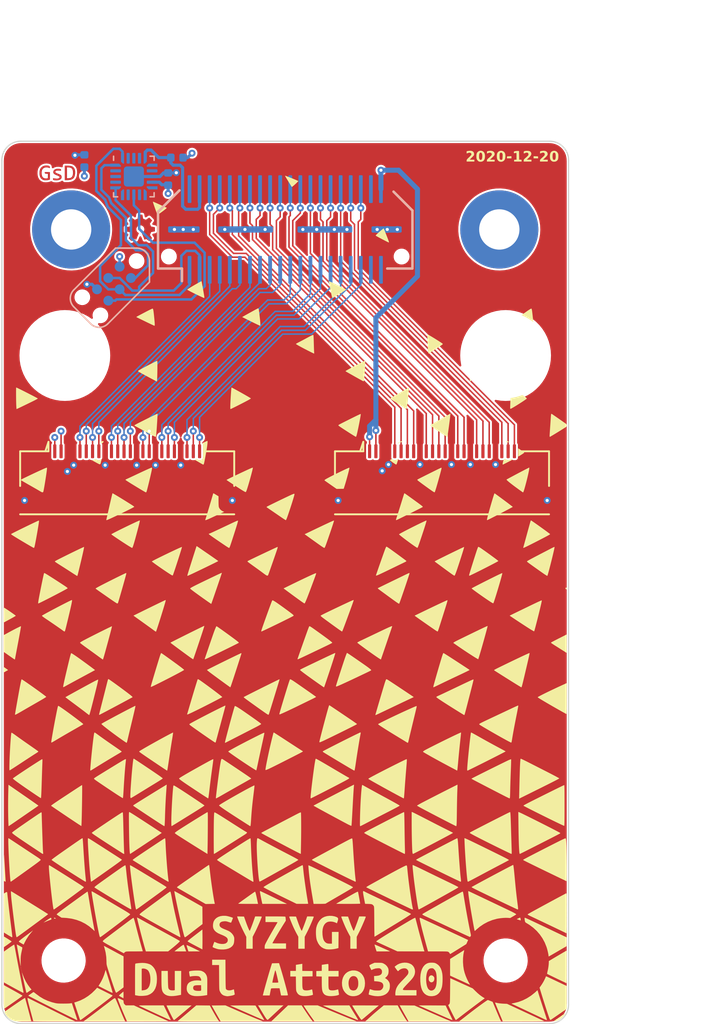
<source format=kicad_pcb>
(kicad_pcb (version 20201116) (generator pcbnew)
  (title_block (title "Dual Atto320 breakout") (date "2020-12-20") (rev "r1.0") (company "GsD 2020") (comment 1 "SYZYGY Pod"))
  (layers (0 "F.Cu" signal) (1 "In1.Cu" power) (2 "In2.Cu" signal) (31 "B.Cu" signal) (34 "B.Paste" user) (35 "F.Paste" user) (36 "B.SilkS" user "B.Silkscreen") (37 "F.SilkS" user "F.Silkscreen") (38 "B.Mask" user) (39 "F.Mask" user) (44 "Edge.Cuts" user))
  (net 0 "")
  (net 1 "GND")
  (net 2 "+3V3")
  (net 3 "/Peripheral MCU/MISO")
  (net 4 "/Peripheral MCU/~RESET")
  (net 5 "/SCL")
  (net 6 "/SDA")
  (net 7 "/RGA")
  (net 8 "/A0_DAT0")
  (net 9 "/A1_DAT0")
  (net 10 "/A0_DAT1")
  (net 11 "/A1_DAT1")
  (net 12 "/A0_DAT2")
  (net 13 "/A1_DAT2")
  (net 14 "/A0_DAT3")
  (net 15 "+5V")
  (net 16 "/A1_DAT3")
  (net 17 "/A0_DAT4")
  (net 18 "/A1_DAT4")
  (net 19 "/A0_DAT5")
  (net 20 "/A1_DAT5")
  (net 21 "/A0_DAT6")
  (net 22 "/A1_DAT6")
  (net 23 "/A0_DAT7")
  (net 24 "/A1_DAT7")
  (net 25 "/A0_CAM_SDA")
  (net 26 "/A1_CAM_SDA")
  (net 27 "/A0_CAM_SCL")
  (net 28 "/A1_CAM_SCL")
  (net 29 "/A0_PSYNC")
  (net 30 "/A1_PSYNC")
  (net 31 "/A0_HSYNC")
  (net 32 "/A1_HSYNC")
  (net 33 "/A0_VSYNC")
  (net 34 "/A1_VSYNC")
  (net 35 "/A0_MCLK")
  (net 36 "/A1_MCLK")
  (net 37 "/A0_NRST")
  (net 38 "/A1_NRST")
  (net 39 "/A0_SEQ_TRIG")
  (net 40 "/A1_SEQ_TRIG")
  (net 41 "no_connect_55")
  (net 42 "no_connect_56")
  (net 43 "no_connect_51")
  (net 44 "no_connect_52")
  (net 45 "no_connect_53")
  (net 46 "no_connect_54")
  (net 47 "Net-(U2-Pad2)")
  (net 48 "Net-(U2-Pad3)")
  (net 49 "Net-(U2-Pad4)")
  (net 50 "Net-(U2-Pad11)")
  (net 51 "Net-(U2-Pad12)")
  (net 52 "Net-(U2-Pad14)")
  (net 53 "Net-(U2-Pad15)")
  (net 54 "Net-(J1-Pad37)")
  (net 55 "Net-(J1-Pad38)")
  (net 56 "/VCCIO")
  (footprint "gsd-footprints:XF2M-2415-1A" (layer "F.Cu") (at 117.475 108.15)
    (fp_text reference "J2" hide)
    (fp_text value "Conn_01x24_MountingPin" hide)
  )
  (footprint "MountingHole:MountingHole_3.2mm_M3_DIN965" (layer "F.Cu") (at 147.5 98.2 90)
    (fp_text reference "H2" hide)
    (fp_text value "MountingHole" hide)
  )
  (footprint "MountingHole:MountingHole_3.2mm_M3_DIN965" (layer "F.Cu") (at 112.4 146.2 90)
    (fp_text reference "H3" hide)
    (fp_text value "MountingHole" hide)
  )
  (footprint "MountingHole:MountingHole_3.2mm_M3_DIN965" (layer "F.Cu") (at 112.5 98.2 90)
    (fp_text reference "H1" hide)
    (fp_text value "MountingHole" hide)
  )
  (footprint "gkl_logos:gsd_logo_small" (layer "F.Cu") (at 111.9 83.8)
    (fp_text reference "G***" hide)
    (fp_text value "LOGO" hide)
  )
  (footprint "Connector_PinHeader_1.00mm:PinHeader_1x01_P1.00mm_Vertical" (layer "F.Cu") (at 146.56 142.81)
    (fp_text reference "" hide)
    (fp_text value "" hide)
  )
  (footprint "MountingHole:MountingHole_3.2mm_M3_DIN965" (layer "F.Cu") (at 147.5 146.2 90)
    (fp_text reference "H4" hide)
    (fp_text value "MountingHole" hide)
  )
  (footprint "LOGO" (layer "F.Cu") (at 130 116.2)
    (fp_text reference "G***" hide)
    (fp_text value "LOGO" hide)
  )
  (footprint "gsd-footprints:XF2M-2415-1A" (layer "F.Cu") (at 142.475 108.15)
    (fp_text reference "J4" hide)
    (fp_text value "Conn_01x24_MountingPin" hide)
  )
  (footprint "gkl_logos:oshw_small" (layer "F.Cu") (at 118.5 88.1)
    (fp_text reference "G***" hide)
    (fp_text value "LOGO" hide)
  )
  (footprint "gsd-footprints:SYZYGY-STD-POD" (layer "B.Cu") (at 130 88.2 180)
    (fp_text reference "J1" hide)
    (fp_text value "SYZYGY-STD" hide)
  )
  (footprint "Package_DFN_QFN:QFN-20-1EP_3x3mm_P0.45mm_EP1.6x1.6mm" (layer "B.Cu") (at 117.979 84 -90)
    (fp_text reference "U2" hide)
    (fp_text value "ATtiny44A-MMH" hide)
  )
  (footprint "Resistor_SMD:R_0402_1005Metric" (layer "B.Cu") (at 121.4 82.5 180)
    (fp_text reference "R15" hide)
    (fp_text value "10K" hide)
  )
  (footprint "Capacitor_SMD:C_0402_1005Metric" (layer "B.Cu") (at 120.7 84.2 90)
    (fp_text reference "C9" hide)
    (fp_text value "0.1uF" hide)
  )
  (footprint "Capacitor_SMD:C_0402_1005Metric" (layer "B.Cu") (at 114.05 82.765 90)
    (fp_text reference "C10" hide)
    (fp_text value "1uF" hide)
  )
  (footprint "pkl_tag_connect:TC2030-NL_SMALL" (layer "B.Cu") (at 116.4 92.5 -135)
    (fp_text reference "J3" hide)
    (fp_text value "TagConnect" hide)
  )
  (gr_line (start 151 151.2) (end 109 151.2) (layer "Edge.Cuts") (width 0.1))
  (gr_line (start 109 81.2) (end 151 81.2) (layer "Edge.Cuts") (width 0.1))
  (gr_line (start 107.5 149.7) (end 107.5 82.7) (layer "Edge.Cuts") (width 0.1))
  (gr_arc (start 109 82.7) (end 109 81.2) (angle -90) (layer "Edge.Cuts") (width 0.1))
  (gr_arc (start 109 149.7) (end 107.5 149.7) (angle -90) (layer "Edge.Cuts") (width 0.1))
  (gr_line (start 152.5 82.7) (end 152.5 149.7) (layer "Edge.Cuts") (width 0.1))
  (gr_arc (start 151 82.7) (end 152.5 82.7) (angle -90) (layer "Edge.Cuts") (width 0.1))
  (gr_arc (start 151 149.7) (end 151 151.2) (angle -90) (layer "Edge.Cuts") (width 0.1))
  (segment (start 118.199999 105.8) (end 118.2 106.9) (width 0.12) (layer "F.Cu") (net 1))
  (segment (start 146.699999 105.75) (end 146.7 106.85) (width 0.12) (layer "F.Cu") (net 1))
  (segment (start 115.699999 105.8) (end 115.7 106.9) (width 0.12) (layer "F.Cu") (net 1))
  (segment (start 138.199999 105.75) (end 138.2 106.85) (width 0.12) (layer "F.Cu") (net 1))
  (segment (start 137.7 105.75) (end 137.7 107.35) (width 0.12) (layer "F.Cu") (net 1))
  (segment (start 113.199999 105.8) (end 113.2 106.9) (width 0.12) (layer "F.Cu") (net 1))
  (segment (start 121.699999 105.8) (end 121.7 106.9) (width 0.12) (layer "F.Cu") (net 1))
  (segment (start 140.699999 105.75) (end 140.7 106.85) (width 0.12) (layer "F.Cu") (net 1))
  (segment (start 143.199999 105.75) (end 143.2 106.85) (width 0.12) (layer "F.Cu") (net 1))
  (segment (start 112.7 105.8) (end 112.7 107.4) (width 0.12) (layer "F.Cu") (net 1))
  (segment (start 119.699999 105.8) (end 119.7 106.9) (width 0.12) (layer "F.Cu") (net 1))
  (segment (start 144.699999 105.75) (end 144.7 106.85) (width 0.12) (layer "F.Cu") (net 1))
  (via (at 143.2 106.85) (size 0.55) (drill 0.25) (layers "F.Cu" "B.Cu") (net 1))
  (via (at 125.2 88.2) (size 0.55) (drill 0.25) (layers "F.Cu" "B.Cu") (net 1))
  (via (at 112.7 107.4) (size 0.55) (drill 0.25) (layers "F.Cu" "B.Cu") (net 1))
  (via (at 119.7 106.9) (size 0.55) (drill 0.25) (layers "F.Cu" "B.Cu") (net 1))
  (via (at 137.3 88.2) (size 0.55) (drill 0.25) (layers "F.Cu" "B.Cu") (net 1))
  (via (at 125.8 109.7) (size 0.55) (drill 0.25) (layers "F.Cu" "B.Cu") (net 1))
  (via (at 128.4 88.2) (size 0.55) (drill 0.25) (layers "F.Cu" "B.Cu") (net 1))
  (via (at 137.7 107.35) (size 0.55) (drill 0.25) (layers "F.Cu" "B.Cu") (net 1))
  (via (at 131.4 88.2) (size 0.55) (drill 0.25) (layers "F.Cu" "B.Cu") (net 1))
  (via (at 132.5 88.2) (size 0.55) (drill 0.25) (layers "F.Cu" "B.Cu") (net 1))
  (via (at 138.9 88.2) (size 0.55) (drill 0.25) (layers "F.Cu" "B.Cu") (net 1))
  (via (at 146.7 106.85) (size 0.55) (drill 0.25) (layers "F.Cu" "B.Cu") (net 1))
  (via (at 113.3 82.315) (size 0.55) (drill 0.25) (layers "F.Cu" "B.Cu") (net 1))
  (via (at 109.3 109.7) (size 0.55) (drill 0.25) (layers "F.Cu" "B.Cu") (net 1))
  (via (at 140.7 106.85) (size 0.55) (drill 0.25) (layers "F.Cu" "B.Cu") (net 1))
  (via (at 113.2 106.9) (size 0.55) (drill 0.25) (layers "F.Cu" "B.Cu") (net 1))
  (via (at 126.8 88.2) (size 0.55) (drill 0.25) (layers "F.Cu" "B.Cu") (net 1))
  (via (at 121.2 88.2) (size 0.55) (drill 0.25) (layers "F.Cu" "B.Cu") (net 1))
  (via (at 134.2 109.7) (size 0.55) (drill 0.25) (layers "F.Cu" "B.Cu") (net 1))
  (via (at 121.7 106.9) (size 0.55) (drill 0.25) (layers "F.Cu" "B.Cu") (net 1))
  (via (at 144.7 106.85) (size 0.55) (drill 0.25) (layers "F.Cu" "B.Cu") (net 1))
  (via (at 133.9 88.2) (size 0.55) (drill 0.25) (layers "F.Cu" "B.Cu") (net 1))
  (via (at 118.2 106.9) (size 0.55) (drill 0.25) (layers "F.Cu" "B.Cu") (net 1))
  (via (at 138.2 106.85) (size 0.55) (drill 0.25) (layers "F.Cu" "B.Cu") (net 1))
  (via (at 115.7 106.9) (size 0.55) (drill 0.25) (layers "F.Cu" "B.Cu") (net 1))
  (via (at 121.35 83.7) (size 0.55) (drill 0.25) (layers "F.Cu" "B.Cu") (net 1))
  (via (at 114.25 92.55) (size 0.55) (drill 0.25) (layers "F.Cu" "B.Cu") (net 1))
  (via (at 122.7 88.2) (size 0.55) (drill 0.25) (layers "F.Cu" "B.Cu") (net 1))
  (via (at 138.1 88.2) (size 0.55) (drill 0.25) (layers "F.Cu" "B.Cu") (net 1))
  (via (at 134.9 88.2) (size 0.55) (drill 0.25) (layers "F.Cu" "B.Cu") (net 1))
  (via (at 121.9 88.2) (size 0.55) (drill 0.25) (layers "F.Cu" "B.Cu") (net 1))
  (via (at 150.8 109.7) (size 0.55) (drill 0.25) (layers "F.Cu" "B.Cu") (net 1))
  (segment (start 113.335 82.28) (end 113.3 82.315) (width 0.25) (layer "B.Cu") (net 1))
  (segment (start 119.429 84) (end 120.05 84) (width 0.25) (layer "B.Cu") (net 1))
  (segment (start 115.052962 92.949013) (end 114.653949 92.55) (width 0.25) (layer "B.Cu") (net 1))
  (segment (start 121.335 83.715) (end 121.35 83.7) (width 0.25) (layer "B.Cu") (net 1))
  (segment (start 120.7 83.715) (end 121.335 83.715) (width 0.25) (layer "B.Cu") (net 1))
  (segment (start 119.429 84) (end 117.979 84) (width 0.25) (layer "B.Cu") (net 1))
  (segment (start 114.653949 92.55) (end 114.25 92.55) (width 0.25) (layer "B.Cu") (net 1))
  (segment (start 120.05 84) (end 120.335 83.715) (width 0.25) (layer "B.Cu") (net 1))
  (segment (start 120.335 83.715) (end 120.7 83.715) (width 0.25) (layer "B.Cu") (net 1))
  (segment (start 114.05 82.28) (end 113.335 82.28) (width 0.25) (layer "B.Cu") (net 1))
  (segment (start 136.7 105.75) (end 136.7 104.65) (width 0.12) (layer "F.Cu") (net 2))
  (segment (start 112.2 105.8) (end 112.2 104.2) (width 0.12) (layer "F.Cu") (net 2))
  (segment (start 137.2 105.75) (end 137.2 104.15) (width 0.12) (layer "F.Cu") (net 2))
  (segment (start 111.7 105.8) (end 111.7 104.7) (width 0.12) (layer "F.Cu") (net 2))
  (via (at 116.85 90.35) (size 0.55) (drill 0.25) (layers "F.Cu" "B.Cu") (net 2))
  (via (at 137.6 83.5) (size 0.55) (drill 0.25) (layers "F.Cu" "B.Cu") (net 2))
  (via (at 136.7 104.65) (size 0.55) (drill 0.25) (layers "F.Cu" "B.Cu") (net 2))
  (via (at 114.05 83.965) (size 0.55) (drill 0.25) (layers "F.Cu" "B.Cu") (net 2))
  (via (at 120.7 85.35) (size 0.55) (drill 0.25) (layers "F.Cu" "B.Cu") (net 2))
  (via (at 112.2 104.2) (size 0.55) (drill 0.25) (layers "F.Cu" "B.Cu") (net 2))
  (via (at 111.7 104.7) (size 0.55) (drill 0.25) (layers "F.Cu" "B.Cu") (net 2))
  (via (at 122.6 82.15) (size 0.55) (drill 0.25) (layers "F.Cu" "B.Cu") (net 2))
  (via (at 137.2 104.15) (size 0.55) (drill 0.25) (layers "F.Cu" "B.Cu") (net 2))
  (segment (start 140.5 91.9) (end 140.5 85) (width 0.4) (layer "B.Cu") (net 2))
  (segment (start 137.6 85) (end 137.6 83.5) (width 0.4) (layer "B.Cu") (net 2))
  (segment (start 139 83.5) (end 137.6 83.5) (width 0.4) (layer "B.Cu") (net 2))
  (segment (start 116.849013 91.152962) (end 116.849013 90.350987) (width 0.2) (layer "B.Cu") (net 2))
  (segment (start 121.885 82.5) (end 122.25 82.5) (width 0.25) (layer "B.Cu") (net 2))
  (segment (start 136.7 104.65) (end 136.7 103.8) (width 0.4) (layer "B.Cu") (net 2))
  (segment (start 137.2 103.3) (end 137.2 95.2) (width 0.4) (layer "B.Cu") (net 2))
  (segment (start 119.429 84.45) (end 120 84.45) (width 0.25) (layer "B.Cu") (net 2))
  (segment (start 116.849013 90.350987) (end 116.85 90.35) (width 0.2) (layer "B.Cu") (net 2))
  (segment (start 136.7 103.8) (end 137.2 103.3) (width 0.4) (layer "B.Cu") (net 2))
  (segment (start 120.7 84.685) (end 120.7 85.35) (width 0.25) (layer "B.Cu") (net 2))
  (segment (start 140.5 85) (end 139 83.5) (width 0.4) (layer "B.Cu") (net 2))
  (segment (start 137.2 103.3) (end 137.2 104.15) (width 0.4) (layer "B.Cu") (net 2))
  (segment (start 122.25 82.5) (end 122.6 82.15) (width 0.25) (layer "B.Cu") (net 2))
  (segment (start 137.2 95.2) (end 140.5 91.9) (width 0.4) (layer "B.Cu") (net 2))
  (segment (start 120.2 84.65) (end 120.665 84.65) (width 0.25) (layer "B.Cu") (net 2))
  (segment (start 120 84.45) (end 120.2 84.65) (width 0.25) (layer "B.Cu") (net 2))
  (segment (start 114.05 83.25) (end 114.05 83.965) (width 0.25) (layer "B.Cu") (net 2))
  (segment (start 118.15 89.85) (end 118.8 89.85) (width 0.2) (layer "B.Cu") (net 3))
  (segment (start 118.099013 92.050987) (end 117.747038 92.050987) (width 0.2) (layer "B.Cu") (net 3))
  (segment (start 116.1875 86.1125) (end 117.35 87.275) (width 0.2) (layer "B.Cu") (net 3))
  (segment (start 116.529 83.1) (end 115.65 83.1) (width 0.2) (layer "B.Cu") (net 3))
  (segment (start 117.35 87.275) (end 117.35 89.05) (width 0.2) (layer "B.Cu") (net 3))
  (segment (start 117.35 89.05) (end 118.15 89.85) (width 0.2) (layer "B.Cu") (net 3))
  (segment (start 116 85.65) (end 116.1875 86.1125) (width 0.2) (layer "B.Cu") (net 3))
  (segment (start 115.4 83.35) (end 115.4 85.05) (width 0.2) (layer "B.Cu") (net 3))
  (segment (start 115.65 83.1) (end 115.4 83.35) (width 0.2) (layer "B.Cu") (net 3))
  (segment (start 119.1 90.15) (end 119.1 91.05) (width 0.2) (layer "B.Cu") (net 3))
  (segment (start 119.1 91.05) (end 118.099013 92.050987) (width 0.2) (layer "B.Cu") (net 3))
  (segment (start 115.4 85.05) (end 116 85.65) (width 0.2) (layer "B.Cu") (net 3))
  (segment (start 118.8 89.85) (end 119.1 90.15) (width 0.2) (layer "B.Cu") (net 3))
  (segment (start 121.55 89.25) (end 122.8 89.25) (width 0.2) (layer "B.Cu") (net 4))
  (segment (start 122.55 93.75) (end 116.6 93.75) (width 0.2) (layer "B.Cu") (net 4))
  (segment (start 123.6 90.05) (end 123.6 92.7) (width 0.2) (layer "B.Cu") (net 4))
  (segment (start 122.8 89.25) (end 123.6 90.05) (width 0.2) (layer "B.Cu") (net 4))
  (segment (start 123.6 92.7) (end 122.55 93.75) (width 0.2) (layer "B.Cu") (net 4))
  (segment (start 116.6 93.75) (end 116.5 93.85) (width 0.2) (layer "B.Cu") (net 4))
  (segment (start 121.45 89.25) (end 119.5 89.25) (width 0.2) (layer "B.Cu") (net 4))
  (segment (start 117.979 86.279) (end 117.979 86.179) (width 0.2) (layer "B.Cu") (net 4))
  (segment (start 119.5 89.25) (end 118.4 88.15) (width 0.2) (layer "B.Cu") (net 4))
  (segment (start 118.4 88.15) (end 118.4 86.7) (width 0.2) (layer "B.Cu") (net 4))
  (segment (start 121.55 89.25) (end 121.45 89.25) (width 0.2) (layer "B.Cu") (net 4))
  (segment (start 117.979 85.45) (end 117.979 86.179) (width 0.2) (layer "B.Cu") (net 4))
  (segment (start 116.497038 93.847038) (end 115.950987 93.847038) (width 0.2) (layer "B.Cu") (net 4))
  (segment (start 116.5 93.85) (end 116.497038 93.847038) (width 0.2) (layer "B.Cu") (net 4))
  (segment (start 118.4 86.7) (end 117.979 86.279) (width 0.2) (layer "B.Cu") (net 4))
  (segment (start 121.6 93.4) (end 117.3 93.4) (width 0.2) (layer "B.Cu") (net 5))
  (segment (start 115.949013 92.949013) (end 115.3 92.3) (width 0.2) (layer "B.Cu") (net 5))
  (segment (start 116.85 81.8) (end 117.079 82.029) (width 0.2) (layer "B.Cu") (net 5))
  (segment (start 117.3 93.4) (end 116.849013 92.949013) (width 0.2) (layer "B.Cu") (net 5))
  (segment (start 116.35 81.8) (end 116.85 81.8) (width 0.2) (layer "B.Cu") (net 5))
  (segment (start 117.079 82.029) (end 117.079 82.55) (width 0.2) (layer "B.Cu") (net 5))
  (segment (start 115 85.15) (end 115 83.15) (width 0.2) (layer "B.Cu") (net 5))
  (segment (start 115.3 91.1) (end 116.95 89.45) (width 0.2) (layer "B.Cu") (net 5))
  (segment (start 115 83.15) (end 116.35 81.8) (width 0.2) (layer "B.Cu") (net 5))
  (segment (start 122.4 91.4) (end 122.4 92.6) (width 0.2) (layer "B.Cu") (net 5))
  (segment (start 116.849013 92.949013) (end 115.949013 92.949013) (width 0.2) (layer "B.Cu") (net 5))
  (segment (start 116.95 87.45) (end 115.9 86.4) (width 0.2) (layer "B.Cu") (net 5))
  (segment (start 115.9 86.4) (end 115.7 85.85) (width 0.2) (layer "B.Cu") (net 5))
  (segment (start 115.7 85.85) (end 115 85.15) (width 0.2) (layer "B.Cu") (net 5))
  (segment (start 115.3 92.3) (end 115.3 91.1) (width 0.2) (layer "B.Cu") (net 5))
  (segment (start 122.4 92.6) (end 121.6 93.4) (width 0.2) (layer "B.Cu") (net 5))
  (segment (start 116.95 89.45) (end 116.95 87.45) (width 0.2) (layer "B.Cu") (net 5))
  (segment (start 116.529 85.879) (end 117.75 87.1) (width 0.2) (layer "B.Cu") (net 6))
  (segment (start 119.5 91.65) (end 118.4 92.75) (width 0.2) (layer "B.Cu") (net 6))
  (segment (start 118.4 93.05) (end 121.15 93.05) (width 0.2) (layer "B.Cu") (net 6))
  (segment (start 117.85 93.05) (end 118.4 93.05) (width 0.2) (layer "B.Cu") (net 6))
  (segment (start 116.529 84.9) (end 116.529 85.879) (width 0.2) (layer "B.Cu") (net 6))
  (segment (start 117.75 88.85) (end 118.35 89.45) (width 0.2) (layer "B.Cu") (net 6))
  (segment (start 123.2 90.25) (end 123.2 91.4) (width 0.2) (layer "B.Cu") (net 6))
  (segment (start 121.15 93.05) (end 121.75 92.45) (width 0.2) (layer "B.Cu") (net 6))
  (segment (start 116.850987 92.050987) (end 117.85 93.05) (width 0.2) (layer "B.Cu") (net 6))
  (segment (start 119 89.45) (end 119.5 89.95) (width 0.2) (layer "B.Cu") (net 6))
  (segment (start 118.4 92.75) (end 118.4 93.05) (width 0.2) (layer "B.Cu") (net 6))
  (segment (start 115.950987 92.050987) (end 116.850987 92.050987) (width 0.2) (layer "B.Cu") (net 6))
  (segment (start 121.75 90.3) (end 122.15 89.9) (width 0.2) (layer "B.Cu") (net 6))
  (segment (start 122.15 89.9) (end 122.85 89.9) (width 0.2) (layer "B.Cu") (net 6))
  (segment (start 121.75 92.45) (end 121.75 90.3) (width 0.2) (layer "B.Cu") (net 6))
  (segment (start 122.85 89.9) (end 123.2 90.25) (width 0.2) (layer "B.Cu") (net 6))
  (segment (start 118.35 89.45) (end 119 89.45) (width 0.2) (layer "B.Cu") (net 6))
  (segment (start 117.75 87.1) (end 117.75 88.85) (width 0.2) (layer "B.Cu") (net 6))
  (segment (start 119.5 89.95) (end 119.5 91.65) (width 0.2) (layer "B.Cu") (net 6))
  (segment (start 118.879 82.071) (end 119.05 81.9) (width 0.25) (layer "B.Cu") (net 7))
  (segment (start 118.879 82.55) (end 118.879 82.071) (width 0.25) (layer "B.Cu") (net 7))
  (segment (start 121.85 86.35) (end 121.85 83.3) (width 0.25) (layer "B.Cu") (net 7))
  (segment (start 121.1 83.1) (end 120.915 82.915) (width 0.25) (layer "B.Cu") (net 7))
  (segment (start 123.05 86.6) (end 122.1 86.6) (width 0.25) (layer "B.Cu") (net 7))
  (segment (start 123.2 86.45) (end 123.05 86.6) (width 0.25) (layer "B.Cu") (net 7))
  (segment (start 119.95 82.5) (end 120.915 82.5) (width 0.25) (layer "B.Cu") (net 7))
  (segment (start 121.65 83.1) (end 121.1 83.1) (width 0.25) (layer "B.Cu") (net 7))
  (segment (start 123.2 85) (end 123.2 86.45) (width 0.25) (layer "B.Cu") (net 7))
  (segment (start 119.35 81.9) (end 119.95 82.5) (width 0.25) (layer "B.Cu") (net 7))
  (segment (start 122.1 86.6) (end 121.85 86.35) (width 0.25) (layer "B.Cu") (net 7))
  (segment (start 120.915 82.915) (end 120.915 82.5) (width 0.25) (layer "B.Cu") (net 7))
  (segment (start 119.05 81.9) (end 119.35 81.9) (width 0.25) (layer "B.Cu") (net 7))
  (segment (start 121.85 83.3) (end 121.65 83.1) (width 0.25) (layer "B.Cu") (net 7))
  (segment (start 113.7 105.8) (end 113.7 104.7) (width 0.12) (layer "F.Cu") (net 8))
  (via (at 113.7 104.7) (size 0.55) (drill 0.25) (layers "F.Cu" "B.Cu") (net 8))
  (segment (start 113.7 104.7) (end 113.7 103.8) (width 0.12) (layer "B.Cu") (net 8))
  (segment (start 124 93.5) (end 124 91.4) (width 0.12) (layer "B.Cu") (net 8))
  (segment (start 113.7 103.8) (end 124 93.5) (width 0.12) (layer "B.Cu") (net 8))
  (segment (start 124 88.6) (end 125.8 90.4) (width 0.12) (layer "F.Cu") (net 9))
  (segment (start 125.8 90.4) (end 126.8 90.4) (width 0.12) (layer "F.Cu") (net 9))
  (segment (start 126.8 90.4) (end 138.7 102.3) (width 0.12) (layer "F.Cu") (net 9))
  (segment (start 124 86.5) (end 124 88.6) (width 0.12) (layer "F.Cu") (net 9))
  (segment (start 138.7 102.3) (end 138.7 105.8) (width 0.12) (layer "F.Cu") (net 9))
  (via (at 124 86.5) (size 0.55) (drill 0.25) (layers "F.Cu" "B.Cu") (net 9))
  (segment (start 124 85) (end 124 86.5) (width 0.12) (layer "B.Cu") (net 9))
  (segment (start 114.2 105.8) (end 114.2 104.2) (width 0.12) (layer "F.Cu") (net 10))
  (via (at 114.2 104.2) (size 0.55) (drill 0.25) (layers "F.Cu" "B.Cu") (net 10))
  (segment (start 124.8 91.4) (end 124.8 93.1) (width 0.12) (layer "B.Cu") (net 10))
  (segment (start 114.2 103.7) (end 114.2 104.2) (width 0.12) (layer "B.Cu") (net 10))
  (segment (start 124.8 93.1) (end 114.2 103.7) (width 0.12) (layer "B.Cu") (net 10))
  (segment (start 139.2 105.8) (end 139.2 102.4) (width 0.12) (layer "F.Cu") (net 11))
  (segment (start 126.9 90.1) (end 125.9 90.1) (width 0.12) (layer "F.Cu") (net 11))
  (segment (start 124.3 87) (end 124.8 86.5) (width 0.12) (layer "F.Cu") (net 11))
  (segment (start 125.9 90.1) (end 124.3 88.5) (width 0.12) (layer "F.Cu") (net 11))
  (segment (start 124.3 88.5) (end 124.3 87) (width 0.12) (layer "F.Cu") (net 11))
  (segment (start 139.2 102.4) (end 126.9 90.1) (width 0.12) (layer "F.Cu") (net 11))
  (via (at 124.8 86.5) (size 0.55) (drill 0.25) (layers "F.Cu" "B.Cu") (net 11))
  (segment (start 124.8 85) (end 124.8 86.5) (width 0.12) (layer "B.Cu") (net 11))
  (segment (start 114.7 105.8) (end 114.7 104.7) (width 0.12) (layer "F.Cu") (net 12))
  (via (at 114.7 104.7) (size 0.55) (drill 0.25) (layers "F.Cu" "B.Cu") (net 12))
  (segment (start 114.7 103.6) (end 125.6 92.7) (width 0.12) (layer "B.Cu") (net 12))
  (segment (start 114.7 104.7) (end 114.7 103.6) (width 0.12) (layer "B.Cu") (net 12))
  (segment (start 125.6 92.7) (end 125.6 91.4) (width 0.12) (layer "B.Cu") (net 12))
  (segment (start 125.6 86.5) (end 125.8 86.7) (width 0.12) (layer "F.Cu") (net 13))
  (segment (start 125.8 88.6) (end 127.05 89.85) (width 0.12) (layer "F.Cu") (net 13))
  (segment (start 125.8 86.7) (end 125.8 88.6) (width 0.12) (layer "F.Cu") (net 13))
  (segment (start 139.7 102.5) (end 139.7 105.8) (width 0.12) (layer "F.Cu") (net 13))
  (segment (start 127.05 89.85) (end 139.7 102.5) (width 0.12) (layer "F.Cu") (net 13))
  (via (at 125.6 86.5) (size 0.55) (drill 0.25) (layers "F.Cu" "B.Cu") (net 13))
  (segment (start 125.6 85) (end 125.6 86.5) (width 0.12) (layer "B.Cu") (net 13))
  (segment (start 115.2 105.8) (end 115.2 104.2) (width 0.12) (layer "F.Cu") (net 14))
  (via (at 115.2 104.2) (size 0.55) (drill 0.25) (layers "F.Cu" "B.Cu") (net 14))
  (segment (start 126.4 91.4) (end 126.4 92.6) (width 0.12) (layer "B.Cu") (net 14))
  (segment (start 126.1 92.9) (end 125.8 92.9) (width 0.12) (layer "B.Cu") (net 14))
  (segment (start 115.2 104.2) (end 115.2 103.5) (width 0.12) (layer "B.Cu") (net 14))
  (segment (start 126.4 92.6) (end 126.1 92.9) (width 0.12) (layer "B.Cu") (net 14))
  (segment (start 115.2 103.5) (end 125.8 92.9) (width 0.12) (layer "B.Cu") (net 14))
  (segment (start 126.3 88.7) (end 126.3 86.6) (width 0.12) (layer "F.Cu") (net 16))
  (segment (start 140.2 105.8) (end 140.2 102.6) (width 0.12) (layer "F.Cu") (net 16))
  (segment (start 140.2 102.6) (end 126.3 88.7) (width 0.12) (layer "F.Cu") (net 16))
  (segment (start 126.3 86.6) (end 126.4 86.5) (width 0.12) (layer "F.Cu") (net 16))
  (via (at 126.4 86.5) (size 0.55) (drill 0.25) (layers "F.Cu" "B.Cu") (net 16))
  (segment (start 126.4 85) (end 126.4 86.5) (width 0.12) (layer "B.Cu") (net 16))
  (segment (start 116.2 105.8) (end 116.2 104.7) (width 0.12) (layer "F.Cu") (net 17))
  (via (at 116.2 104.7) (size 0.55) (drill 0.25) (layers "F.Cu" "B.Cu") (net 17))
  (segment (start 116.2 104.7) (end 116.2 103.8) (width 0.12) (layer "B.Cu") (net 17))
  (segment (start 116.2 103.8) (end 127.2 92.8) (width 0.12) (layer "B.Cu") (net 17))
  (segment (start 127.2 92.8) (end 127.2 91.4) (width 0.12) (layer "B.Cu") (net 17))
  (segment (start 127.2 86.5) (end 127.2 87.7) (width 0.12) (layer "F.Cu") (net 18))
  (segment (start 127.4 87.9) (end 127.4 89) (width 0.12) (layer "F.Cu") (net 18))
  (segment (start 127.2 87.7) (end 127.4 87.9) (width 0.12) (layer "F.Cu") (net 18))
  (segment (start 141.2 102.8) (end 141.2 105.8) (width 0.12) (layer "F.Cu") (net 18))
  (segment (start 127.4 89) (end 141.2 102.8) (width 0.12) (layer "F.Cu") (net 18))
  (via (at 127.2 86.5) (size 0.55) (drill 0.25) (layers "F.Cu" "B.Cu") (net 18))
  (segment (start 127.2 85) (end 127.2 86.5) (width 0.12) (layer "B.Cu") (net 18))
  (segment (start 116.7 105.8) (end 116.7 104.2) (width 0.12) (layer "F.Cu") (net 19))
  (via (at 116.7 104.2) (size 0.55) (drill 0.25) (layers "F.Cu" "B.Cu") (net 19))
  (segment (start 116.7 103.7) (end 128 92.4) (width 0.12) (layer "B.Cu") (net 19))
  (segment (start 128 92.4) (end 128 91.4) (width 0.12) (layer "B.Cu") (net 19))
  (segment (start 116.7 104.2) (end 116.7 103.8) (width 0.12) (layer "B.Cu") (net 19))
  (segment (start 116.7 103.8) (end 116.7 103.7) (width 0.12) (layer "B.Cu") (net 19))
  (segment (start 141.7 105.8) (end 141.7 102.9) (width 0.12) (layer "F.Cu") (net 20))
  (segment (start 141.7 102.9) (end 127.7 88.9) (width 0.12) (layer "F.Cu") (net 20))
  (segment (start 127.7 88.9) (end 127.7 87.4) (width 0.12) (layer "F.Cu") (net 20))
  (segment (start 128 87.1) (end 128 86.5) (width 0.12) (layer "F.Cu") (net 20))
  (segment (start 127.7 87.4) (end 128 87.1) (width 0.12) (layer "F.Cu") (net 20))
  (via (at 128 86.5) (size 0.55) (drill 0.25) (layers "F.Cu" "B.Cu") (net 20))
  (segment (start 128 85) (end 128 86.5) (width 0.12) (layer "B.Cu") (net 20))
  (segment (start 117.2 105.8) (end 117.2 104.7) (width 0.12) (layer "F.Cu") (net 21))
  (via (at 117.2 104.7) (size 0.55) (drill 0.25) (layers "F.Cu" "B.Cu") (net 21))
  (segment (start 128.8 91.4) (end 128.8 92.6) (width 0.12) (layer "B.Cu") (net 21))
  (segment (start 117.2 103.6) (end 117.2 104.7) (width 0.12) (layer "B.Cu") (net 21))
  (segment (start 127.9 92.9) (end 117.2 103.6) (width 0.12) (layer "B.Cu") (net 21))
  (segment (start 128.8 92.6) (end 128.5 92.9) (width 0.12) (layer "B.Cu") (net 21))
  (segment (start 128.5 92.9) (end 127.9 92.9) (width 0.12) (layer "B.Cu") (net 21))
  (segment (start 129 88) (end 129 89.8) (width 0.12) (layer "F.Cu") (net 22))
  (segment (start 128.8 86.5) (end 128.8 87.8) (width 0.12) (layer "F.Cu") (net 22))
  (segment (start 142.2 103) (end 142.2 105.8) (width 0.12) (layer "F.Cu") (net 22))
  (segment (start 129 89.8) (end 142.2 103) (width 0.12) (layer "F.Cu") (net 22))
  (segment (start 128.8 87.8) (end 129 88) (width 0.12) (layer "F.Cu") (net 22))
  (via (at 128.8 86.5) (size 0.55) (drill 0.25) (layers "F.Cu" "B.Cu") (net 22))
  (segment (start 128.8 85) (end 128.8 86.5) (width 0.12) (layer "B.Cu") (net 22))
  (segment (start 117.7 105.8) (end 117.7 104.2) (width 0.12) (layer "F.Cu") (net 23))
  (via (at 117.7 104.2) (size 0.55) (drill 0.25) (layers "F.Cu" "B.Cu") (net 23))
  (segment (start 129.6 92.6) (end 129.6 91.4) (width 0.12) (layer "B.Cu") (net 23))
  (segment (start 117.7 104.2) (end 117.7 103.5) (width 0.12) (layer "B.Cu") (net 23))
  (segment (start 117.7 103.5) (end 128 93.2) (width 0.12) (layer "B.Cu") (net 23))
  (segment (start 129 93.2) (end 129.6 92.6) (width 0.12) (layer "B.Cu") (net 23))
  (segment (start 128 93.2) (end 129 93.2) (width 0.12) (layer "B.Cu") (net 23))
  (segment (start 129.3 87.5) (end 129.6 87.2) (width 0.12) (layer "F.Cu") (net 24))
  (segment (start 129.3 89.7) (end 129.3 87.5) (width 0.12) (layer "F.Cu") (net 24))
  (segment (start 142.7 103.1) (end 129.3 89.7) (width 0.12) (layer "F.Cu") (net 24))
  (segment (start 129.6 87.2) (end 129.6 86.5) (width 0.12) (layer "F.Cu") (net 24))
  (segment (start 142.7 105.8) (end 142.7 103.1) (width 0.12) (layer "F.Cu") (net 24))
  (via (at 129.6 86.5) (size 0.55) (drill 0.25) (layers "F.Cu" "B.Cu") (net 24))
  (segment (start 129.6 85) (end 129.6 86.5) (width 0.12) (layer "B.Cu") (net 24))
  (segment (start 118.7 105.8) (end 118.7 104.7) (width 0.12) (layer "F.Cu") (net 25))
  (via (at 118.7 104.7) (size 0.55) (drill 0.25) (layers "F.Cu" "B.Cu") (net 25))
  (segment (start 118.7 104.7) (end 118.7 103.7) (width 0.12) (layer "B.Cu") (net 25))
  (segment (start 118.7 103.7) (end 128.6 93.8) (width 0.12) (layer "B.Cu") (net 25))
  (segment (start 129.9 93.8) (end 130.4 93.3) (width 0.12) (layer "B.Cu") (net 25))
  (segment (start 130.4 93.3) (end 130.4 91.4) (width 0.12) (layer "B.Cu") (net 25))
  (segment (start 128.6 93.8) (end 129.9 93.8) (width 0.12) (layer "B.Cu") (net 25))
  (segment (start 143.7 103) (end 143.7 105.8) (width 0.12) (layer "F.Cu") (net 26))
  (segment (start 130.4 87.1) (end 130.3 87.2) (width 0.12) (layer "F.Cu") (net 26))
  (segment (start 130.3 89.6) (end 143.7 103) (width 0.12) (layer "F.Cu") (net 26))
  (segment (start 130.3 87.2) (end 130.3 89.6) (width 0.12) (layer "F.Cu") (net 26))
  (segment (start 130.4 86.5) (end 130.4 87.1) (width 0.12) (layer "F.Cu") (net 26))
  (via (at 130.4 86.5) (size 0.55) (drill 0.25) (layers "F.Cu" "B.Cu") (net 26))
  (segment (start 130.4 85) (end 130.4 86.5) (width 0.12) (layer "B.Cu") (net 26))
  (segment (start 119.2 105.8) (end 119.2 104.2) (width 0.12) (layer "F.Cu") (net 27))
  (via (at 119.2 104.2) (size 0.55) (drill 0.25) (layers "F.Cu" "B.Cu") (net 27))
  (segment (start 119.2 103.6) (end 119.2 104.2) (width 0.12) (layer "B.Cu") (net 27))
  (segment (start 131.2 91.4) (end 131.2 93) (width 0.12) (layer "B.Cu") (net 27))
  (segment (start 130.1 94.1) (end 128.7 94.1) (width 0.12) (layer "B.Cu") (net 27))
  (segment (start 128.7 94.1) (end 119.2 103.6) (width 0.12) (layer "B.Cu") (net 27))
  (segment (start 131.2 93) (end 130.1 94.1) (width 0.12) (layer "B.Cu") (net 27))
  (segment (start 144.2 103.1) (end 138.9 97.8) (width 0.12) (layer "F.Cu") (net 28))
  (segment (start 138.9 97.8) (end 130.6 89.5) (width 0.12) (layer "F.Cu") (net 28))
  (segment (start 131.2 86.9) (end 131.2 86.5) (width 0.12) (layer "F.Cu") (net 28))
  (segment (start 144.2 105.8) (end 144.2 103.1) (width 0.12) (layer "F.Cu") (net 28))
  (segment (start 130.6 89.5) (end 130.6 87.5) (width 0.12) (layer "F.Cu") (net 28))
  (segment (start 130.6 87.5) (end 131.2 86.9) (width 0.12) (layer "F.Cu") (net 28))
  (via (at 131.2 86.5) (size 0.55) (drill 0.25) (layers "F.Cu" "B.Cu") (net 28))
  (segment (start 131.2 85) (end 131.2 86.5) (width 0.12) (layer "B.Cu") (net 28))
  (segment (start 120.2 105.8) (end 120.2 104.7) (width 0.12) (layer "F.Cu") (net 29))
  (via (at 120.2 104.7) (size 0.55) (drill 0.25) (layers "F.Cu" "B.Cu") (net 29))
  (segment (start 120.2 103.7) (end 129.2 94.7) (width 0.12) (layer "B.Cu") (net 29))
  (segment (start 132 93.3) (end 132 91.4) (width 0.12) (layer "B.Cu") (net 29))
  (segment (start 120.2 104.7) (end 120.2 103.7) (width 0.12) (layer "B.Cu") (net 29))
  (segment (start 130.6 94.7) (end 132 93.3) (width 0.12) (layer "B.Cu") (net 29))
  (segment (start 129.2 94.7) (end 130.6 94.7) (width 0.12) (layer "B.Cu") (net 29))
  (segment (start 145.2 103.3) (end 145.2 105.8) (width 0.12) (layer "F.Cu") (net 30))
  (segment (start 132 87.1) (end 132 88.4) (width 0.12) (layer "F.Cu") (net 30))
  (segment (start 132 88.4) (end 132 90.1) (width 0.12) (layer "F.Cu") (net 30))
  (segment (start 132 90.1) (end 145.2 103.3) (width 0.12) (layer "F.Cu") (net 30))
  (segment (start 132 86.5) (end 132 87.1) (width 0.12) (layer "F.Cu") (net 30))
  (via (at 132 86.5) (size 0.55) (drill 0.25) (layers "F.Cu" "B.Cu") (net 30))
  (segment (start 132 85) (end 132 86.5) (width 0.12) (layer "B.Cu") (net 30))
  (segment (start 120.7 105.8) (end 120.7 104.2) (width 0.12) (layer "F.Cu") (net 31))
  (via (at 120.7 104.2) (size 0.55) (drill 0.25) (layers "F.Cu" "B.Cu") (net 31))
  (segment (start 129.3 95) (end 120.7 103.6) (width 0.12) (layer "B.Cu") (net 31))
  (segment (start 132.8 91.4) (end 132.8 92.9) (width 0.12) (layer "B.Cu") (net 31))
  (segment (start 120.7 103.6) (end 120.7 104.2) (width 0.12) (layer "B.Cu") (net 31))
  (segment (start 129.4 95) (end 129.3 95) (width 0.12) (layer "B.Cu") (net 31))
  (segment (start 130.7 95) (end 129.4 95) (width 0.12) (layer "B.Cu") (net 31))
  (segment (start 132.8 92.9) (end 130.7 95) (width 0.12) (layer "B.Cu") (net 31))
  (segment (start 145.7 105.8) (end 145.7 103.4) (width 0.12) (layer "F.Cu") (net 32))
  (segment (start 133 87.6) (end 132.8 87.4) (width 0.12) (layer "F.Cu") (net 32))
  (segment (start 133 90.7) (end 133 87.6) (width 0.12) (layer "F.Cu") (net 32))
  (segment (start 145.7 103.4) (end 133 90.7) (width 0.12) (layer "F.Cu") (net 32))
  (segment (start 132.8 87.4) (end 132.8 86.5) (width 0.12) (layer "F.Cu") (net 32))
  (via (at 132.8 86.5) (size 0.55) (drill 0.25) (layers "F.Cu" "B.Cu") (net 32))
  (segment (start 132.8 85) (end 132.8 86.5) (width 0.12) (layer "B.Cu") (net 32))
  (segment (start 121.2 105.8) (end 121.2 104.7) (width 0.12) (layer "F.Cu") (net 33))
  (via (at 121.2 104.7) (size 0.55) (drill 0.25) (layers "F.Cu" "B.Cu") (net 33))
  (segment (start 129.4 95.3) (end 131.1 95.3) (width 0.12) (layer "B.Cu") (net 33))
  (segment (start 131.1 95.3) (end 133.6 92.8) (width 0.12) (layer "B.Cu") (net 33))
  (segment (start 133.6 92.8) (end 133.6 91.4) (width 0.12) (layer "B.Cu") (net 33))
  (segment (start 121.2 104.7) (end 121.2 103.5) (width 0.12) (layer "B.Cu") (net 33))
  (segment (start 121.2 103.5) (end 129.4 95.3) (width 0.12) (layer "B.Cu") (net 33))
  (segment (start 133.6 86.5) (end 133.6 87.2) (width 0.12) (layer "F.Cu") (net 34))
  (segment (start 146.2 103.5) (end 146.2 105.8) (width 0.12) (layer "F.Cu") (net 34))
  (segment (start 133.6 87.2) (end 133.3 87.5) (width 0.12) (layer "F.Cu") (net 34))
  (segment (start 133.3 87.5) (end 133.3 90.6) (width 0.12) (layer "F.Cu") (net 34))
  (segment (start 133.3 90.6) (end 146.2 103.5) (width 0.12) (layer "F.Cu") (net 34))
  (via (at 133.6 86.5) (size 0.55) (drill 0.25) (layers "F.Cu" "B.Cu") (net 34))
  (segment (start 133.6 85) (end 133.6 86.5) (width 0.12) (layer "B.Cu") (net 34))
  (segment (start 122.2 105.8) (end 122.2 104.7) (width 0.12) (layer "F.Cu") (net 35))
  (via (at 122.2 104.7) (size 0.55) (drill 0.25) (layers "F.Cu" "B.Cu") (net 35))
  (segment (start 129.6 95.9) (end 122.2 103.3) (width 0.12) (layer "B.Cu") (net 35))
  (segment (start 134.4 91.4) (end 134.4 93) (width 0.12) (layer "B.Cu") (net 35))
  (segment (start 134.4 93) (end 131.5 95.9) (width 0.12) (layer "B.Cu") (net 35))
  (segment (start 122.2 103.3) (end 122.2 104.7) (width 0.12) (layer "B.Cu") (net 35))
  (segment (start 131.5 95.9) (end 129.6 95.9) (width 0.12) (layer "B.Cu") (net 35))
  (segment (start 147.2 103.5) (end 134.4 90.7) (width 0.12) (layer "F.Cu") (net 36))
  (segment (start 134.4 90.7) (end 134.4 86.5) (width 0.12) (layer "F.Cu") (net 36))
  (segment (start 147.2 105.8) (end 147.2 103.5) (width 0.12) (layer "F.Cu") (net 36))
  (via (at 134.4 86.5) (size 0.55) (drill 0.25) (layers "F.Cu" "B.Cu") (net 36))
  (segment (start 134.4 85) (end 134.4 86.5) (width 0.12) (layer "B.Cu") (net 36))
  (segment (start 122.7 105.8) (end 122.7 104.2) (width 0.12) (layer "F.Cu") (net 37))
  (via (at 122.7 104.2) (size 0.55) (drill 0.25) (layers "F.Cu" "B.Cu") (net 37))
  (segment (start 129.7 96.2) (end 131.6 96.2) (width 0.12) (layer "B.Cu") (net 37))
  (segment (start 131.6 96.2) (end 135.2 92.6) (width 0.12) (layer "B.Cu") (net 37))
  (segment (start 122.7 103.2) (end 129.7 96.2) (width 0.12) (layer "B.Cu") (net 37))
  (segment (start 135.2 92.6) (end 135.2 91.4) (width 0.12) (layer "B.Cu") (net 37))
  (segment (start 122.7 104.2) (end 122.7 103.2) (width 0.12) (layer "B.Cu") (net 37))
  (segment (start 147.7 103.6) (end 147.7 105.8) (width 0.12) (layer "F.Cu") (net 38))
  (segment (start 135.5 87.8) (end 135.5 91.4) (width 0.12) (layer "F.Cu") (net 38))
  (segment (start 135.5 91.4) (end 147.7 103.6) (width 0.12) (layer "F.Cu") (net 38))
  (segment (start 135.2 86.5) (end 135.2 87.5) (width 0.12) (layer "F.Cu") (net 38))
  (segment (start 135.2 87.5) (end 135.5 87.8) (width 0.12) (layer "F.Cu") (net 38))
  (via (at 135.2 86.5) (size 0.55) (drill 0.25) (layers "F.Cu" "B.Cu") (net 38))
  (segment (start 135.2 85) (end 135.2 86.5) (width 0.12) (layer "B.Cu") (net 38))
  (segment (start 123.2 105.8) (end 123.2 104.7) (width 0.12) (layer "F.Cu") (net 39))
  (via (at 123.2 104.7) (size 0.55) (drill 0.25) (layers "F.Cu" "B.Cu") (net 39))
  (segment (start 129.8 96.5) (end 123.2 103.1) (width 0.12) (layer "B.Cu") (net 39))
  (segment (start 136 91.4) (end 136 92.6) (width 0.12) (layer "B.Cu") (net 39))
  (segment (start 123.2 103.1) (end 123.2 104.7) (width 0.12) (layer "B.Cu") (net 39))
  (segment (start 136 92.6) (end 132.1 96.5) (width 0.12) (layer "B.Cu") (net 39))
  (segment (start 132.1 96.5) (end 129.8 96.5) (width 0.12) (layer "B.Cu") (net 39))
  (segment (start 135.8 87.6) (end 136 87.4) (width 0.12) (layer "F.Cu") (net 40))
  (segment (start 148.2 103.7) (end 135.8 91.3) (width 0.12) (layer "F.Cu") (net 40))
  (segment (start 148.2 105.8) (end 148.2 103.7) (width 0.12) (layer "F.Cu") (net 40))
  (segment (start 136 87.4) (end 136 86.5) (width 0.12) (layer "F.Cu") (net 40))
  (segment (start 135.8 91.3) (end 135.8 87.6) (width 0.12) (layer "F.Cu") (net 40))
  (via (at 136 86.5) (size 0.55) (drill 0.25) (layers "F.Cu" "B.Cu") (net 40))
  (segment (start 136 85) (end 136 86.5) (width 0.12) (layer "B.Cu") (net 40))
  (zone (net 1) (net_name "GND") (layers "F.Cu" "In1.Cu") (priority 2) (connect_pads yes (clearance 0.15)) (min_thickness 0.155) (fill yes (thermal_gap 0.508) (thermal_bridge_width 0.508) (smoothing fillet) (radius 2))
    (polygon (pts (xy 107.5 81.2) (xy 152.5 81.2) (xy 152.5 151.2) (xy 107.5 151.2)))
  )
)
</source>
